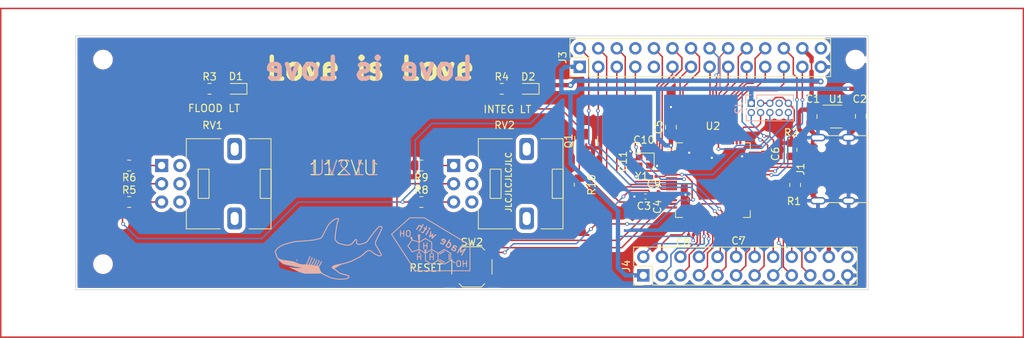
<source format=kicad_pcb>
(kicad_pcb (version 20221018) (generator pcbnew)

  (general
    (thickness 1.6)
  )

  (paper "A4")
  (layers
    (0 "F.Cu" signal)
    (31 "B.Cu" signal)
    (34 "B.Paste" user)
    (35 "F.Paste" user)
    (36 "B.SilkS" user "B.Silkscreen")
    (37 "F.SilkS" user "F.Silkscreen")
    (38 "B.Mask" user)
    (39 "F.Mask" user)
    (44 "Edge.Cuts" user)
    (45 "Margin" user)
    (46 "B.CrtYd" user "B.Courtyard")
    (47 "F.CrtYd" user "F.Courtyard")
    (48 "B.Fab" user)
    (49 "F.Fab" user)
  )

  (setup
    (stackup
      (layer "F.SilkS" (type "Top Silk Screen") (color "White"))
      (layer "F.Paste" (type "Top Solder Paste"))
      (layer "F.Mask" (type "Top Solder Mask") (color "Black") (thickness 0.01))
      (layer "F.Cu" (type "copper") (thickness 0.035))
      (layer "dielectric 1" (type "core") (thickness 1.51) (material "FR4") (epsilon_r 4.5) (loss_tangent 0.02))
      (layer "B.Cu" (type "copper") (thickness 0.035))
      (layer "B.Mask" (type "Bottom Solder Mask") (color "Black") (thickness 0.01))
      (layer "B.Paste" (type "Bottom Solder Paste"))
      (layer "B.SilkS" (type "Bottom Silk Screen") (color "White"))
      (copper_finish "None")
      (dielectric_constraints yes)
    )
    (pad_to_mask_clearance 0)
    (aux_axis_origin 83.1 113)
    (grid_origin 83.1 113)
    (pcbplotparams
      (layerselection 0x00010fc_ffffffff)
      (plot_on_all_layers_selection 0x0000000_00000000)
      (disableapertmacros false)
      (usegerberextensions false)
      (usegerberattributes true)
      (usegerberadvancedattributes true)
      (creategerberjobfile true)
      (dashed_line_dash_ratio 12.000000)
      (dashed_line_gap_ratio 3.000000)
      (svgprecision 4)
      (plotframeref false)
      (viasonmask false)
      (mode 1)
      (useauxorigin false)
      (hpglpennumber 1)
      (hpglpenspeed 20)
      (hpglpendiameter 15.000000)
      (dxfpolygonmode true)
      (dxfimperialunits true)
      (dxfusepcbnewfont true)
      (psnegative false)
      (psa4output false)
      (plotreference false)
      (plotvalue false)
      (plotinvisibletext false)
      (sketchpadsonfab false)
      (subtractmaskfromsilk false)
      (outputformat 1)
      (mirror false)
      (drillshape 0)
      (scaleselection 1)
      (outputdirectory "Manufacturing/")
    )
  )

  (net 0 "")
  (net 1 "/USB_5V")
  (net 2 "GND")
  (net 3 "+3V3")
  (net 4 "/SWD_NRST")
  (net 5 "/LED_5V")
  (net 6 "Net-(J1-CC1)")
  (net 7 "/USB_D+")
  (net 8 "/USB_D-")
  (net 9 "unconnected-(J1-SBU1-PadA8)")
  (net 10 "Net-(J1-CC2)")
  (net 11 "unconnected-(J1-SBU2-PadB8)")
  (net 12 "/LED_ONBOARD")
  (net 13 "Net-(R5-Pad2)")
  (net 14 "Net-(R6-Pad1)")
  (net 15 "Net-(R8-Pad2)")
  (net 16 "Net-(R9-Pad1)")
  (net 17 "/POT_2")
  (net 18 "/POT_1")
  (net 19 "unconnected-(U1-NC-Pad4)")
  (net 20 "/E_B_Pin_12")
  (net 21 "/E_B_Pin_11")
  (net 22 "/E_B_Pin_10")
  (net 23 "/E_B_Pin_7")
  (net 24 "/E_B_Pin_6")
  (net 25 "/E_B_Pin_5")
  (net 26 "/E_B_Pin_4")
  (net 27 "/E_WXR_Pin_4")
  (net 28 "/E_WXR_Pin_5")
  (net 29 "/E_WXR_Pin_6")
  (net 30 "/E_WXR_PWM_1")
  (net 31 "/E_WXR_PWM_2")
  (net 32 "/E_WXR_Pin_7")
  (net 33 "/E_WXR_Pin_8")
  (net 34 "/E_B_PWM_1")
  (net 35 "/E_B_PWM_2")
  (net 36 "/E_WXR_Pin_9")
  (net 37 "/E_WXR_Pin_10")
  (net 38 "/E_WXR_Pin_11")
  (net 39 "/E_WXR_Pin_12")
  (net 40 "/E_WXR_Pin_13")
  (net 41 "/E_WXR_Pin_14")
  (net 42 "/E_WXR_Pin_15")
  (net 43 "/E_WXR_Pin_16")
  (net 44 "/E_WXR_Pin_17")
  (net 45 "/E_WXR_Pin_18")
  (net 46 "/E_WXR_Pin_19")
  (net 47 "/E_WXR_Pin_20")
  (net 48 "/E_B_Pin_25")
  (net 49 "/E_B_Pin_24")
  (net 50 "/SWD_IO")
  (net 51 "/SWD_CLK")
  (net 52 "/E_B_Pin_23")
  (net 53 "/E_B_Pin_22")
  (net 54 "/E_B_Pin_21")
  (net 55 "/E_B_Pin_20")
  (net 56 "/E_B_Pin_19")
  (net 57 "/SWD_TRACE")
  (net 58 "/E_B_Pin_18")
  (net 59 "/E_B_Pin_17")
  (net 60 "/E_B_Pin_16")
  (net 61 "/E_B_Pin_15")
  (net 62 "/E_B_Pin_14")
  (net 63 "/E_B_Pin_13")
  (net 64 "unconnected-(J4-Pin_21-Pad21)")
  (net 65 "unconnected-(J2-KEY-Pad7)")
  (net 66 "unconnected-(J2-NC{slash}TDI-Pad8)")
  (net 67 "unconnected-(J3-Pin_8-Pad8)")
  (net 68 "unconnected-(J3-Pin_9-Pad9)")
  (net 69 "/HSE_IN")
  (net 70 "/HSE_OUT")
  (net 71 "Net-(D1-A)")
  (net 72 "Net-(D2-A)")
  (net 73 "unconnected-(U2-BOOT0-Pad60)")

  (footprint "Capacitor_SMD:C_0805_2012Metric" (layer "F.Cu") (at 200.85 82.75 -90))

  (footprint "Button_Switch_SMD:SW_Push_1P1T_XKB_TS-1187A" (layer "F.Cu") (at 147.6 103.375))

  (footprint "Resistor_SMD:R_0805_2012Metric" (layer "F.Cu") (at 100.6875 89.5 180))

  (footprint "Resistor_SMD:R_0805_2012Metric" (layer "F.Cu") (at 111.6875 79))

  (footprint "Capacitor_SMD:C_0201_0603Metric" (layer "F.Cu") (at 173.1 93.405 90))

  (footprint "Capacitor_SMD:C_0805_2012Metric" (layer "F.Cu") (at 194.1 82.8 -90))

  (footprint "Resistor_SMD:R_0805_2012Metric" (layer "F.Cu") (at 191.85 92.1625 -90))

  (footprint "Connector_PinHeader_2.54mm:PinHeader_2x12_P2.54mm_Vertical" (layer "F.Cu") (at 171.07 104.54 90))

  (footprint "Resistor_SMD:R_0805_2012Metric" (layer "F.Cu") (at 191.35 87.3375 90))

  (footprint "Capacitor_SMD:C_0201_0603Metric" (layer "F.Cu") (at 171.155 87.15 180))

  (footprint "MountingHole:MountingHole_2.2mm_M2" (layer "F.Cu") (at 97.1 103))

  (footprint "MountingHole:MountingHole_2.2mm_M2" (layer "F.Cu") (at 200.1 75))

  (footprint "Capacitor_SMD:C_0201_0603Metric" (layer "F.Cu") (at 184.1 98.75 180))

  (footprint "Potentiometer_THT:Potentiometer_Alps_RK09L_Double_Vertical" (layer "F.Cu") (at 145.1 89.5))

  (footprint "LED_SMD:LED_0603_1608Metric" (layer "F.Cu") (at 155.3125 79 180))

  (footprint "Package_TO_SOT_SMD:SOT-23-5" (layer "F.Cu") (at 197.4625 82.8))

  (footprint "LED_SMD:LED_0603_1608Metric" (layer "F.Cu") (at 115.3125 79 180))

  (footprint "Potentiometer_THT:Potentiometer_Alps_RK09L_Double_Vertical" (layer "F.Cu") (at 105.125 89.5))

  (footprint "Package_QFP:LQFP-64_10x10mm_P0.5mm" (layer "F.Cu") (at 180.6 91.5))

  (footprint "Resistor_SMD:R_0805_2012Metric" (layer "F.Cu") (at 140.6875 89.5 180))

  (footprint "Capacitor_SMD:C_0201_0603Metric" (layer "F.Cu") (at 169.35 88.945 90))

  (footprint "Connector_USB:USB_C_Receptacle_G-Switch_GT-USB-7010ASV" (layer "F.Cu") (at 198.1 90 90))

  (footprint "Crystal:Crystal_SMD_2016-4Pin_2.0x1.6mm" (layer "F.Cu") (at 171.2 88.95 180))

  (footprint "Resistor_SMD:R_0805_2012Metric" (layer "F.Cu") (at 162.35 92.1375 -90))

  (footprint "Capacitor_SMD:C_0201_0603Metric" (layer "F.Cu") (at 177.6 99 180))

  (footprint "Package_TO_SOT_SMD:SOT-23" (layer "F.Cu") (at 163.25 86.15 90))

  (footprint "Capacitor_SMD:C_0402_1005Metric" (layer "F.Cu") (at 171.37 93.75 180))

  (footprint "Resistor_SMD:R_0805_2012Metric" (layer "F.Cu") (at 151.6875 79))

  (footprint "Capacitor_SMD:C_0201_0603Metric" (layer "F.Cu") (at 188.1 87.905 -90))

  (footprint "Resistor_SMD:R_0805_2012Metric" (layer "F.Cu") (at 140.6875 94.5))

  (footprint "MountingHole:MountingHole_2.2mm_M2" (layer "F.Cu") (at 97.1 75))

  (footprint "Resistor_SMD:R_0805_2012Metric" (layer "F.Cu") (at 100.6875 94.5))

  (footprint "Capacitor_SMD:C_0201_0603Metric" (layer "F.Cu") (at 172.505 91 180))

  (footprint "Connector_PinHeader_2.54mm:PinHeader_2x14_P2.54mm_Vertical" (layer "F.Cu") (at 162.36 76 90))

  (footprint "Capacitor_SMD:C_0805_2012Metric" (layer "F.Cu") (at 174.85 84.25 90))

  (footprint "Connector_PinHeader_1.27mm:PinHeader_2x05_P1.27mm_Vertical" (layer "B.Cu") (at 185.85 80.98 -90))

  (footprint "Xenua:MadeWithEstrogen" (layer "B.Cu") (at 142.1 101 180))

  (footprint "Xenua:Shonk" (layer "B.Cu")
    (tstamp 5014afea-cf06-477b-b940-5e101b0587cd)
    (at 128.1 101 180)
    (attr through_hole)
    (fp_text reference "Ref**" (at 0 0) (layer "B.SilkS") hide
        (effects (font (size 1.27 1.27) (thickness 0.15)) (justify mirror))
      (tstamp e12dc0f8-185f-4a59-ae22-397e8640dcc5)
    )
    (fp_text value "Val**" (at 0 0) (layer "B.SilkS") hide
        (effects (font (size 1.27 1.27) (thickness 0.15)) (justify mirror))
      (tstamp d52dc70d-4631-44a4-85dd-540649af4894)
    )
    (fp_poly
      (pts
        (xy 6.380583 -1.954463)
        (xy 6.402258 -1.969153)
        (xy 6.411232 -1.996347)
        (xy 6.413166 -2.036441)
        (xy 6.413175 -2.037956)
        (xy 6.400022 -2.090074)
        (xy 6.366469 -2.112292)
        (xy 6.322454 -2.098725)
        (xy 6.317318 -2.094727)
        (xy 6.287411 -2.080235)
        (xy 6.260975 -2.101253)
        (xy 6.257574 -2.1058)
        (xy 6.236046 -2.129373)
        (xy 6.215355 -2.12505)
        (xy 6.184637 -2.094886)
        (xy 6.139302 -2.046225)
        (xy 6.094858 -2.102727)
        (xy 6.024247 -2.180739)
        (xy 5.965842 -2.220306)
        (xy 5.920605 -2.221078)
        (xy 5.889498 -2.182704)
        (xy 5.887754 -2.178217)
        (xy 5.875985 -2.15506)
        (xy 5.861108 -2.157055)
        (xy 5.83569 -2.188471)
        (xy 5.814052 -2.22055)
        (xy 5.758518 -2.285055)
        (xy 5.705554 -2.309769)
        (xy 5.65825 -2.294409)
        (xy 5.619695 -2.238693)
        (xy 5.619556 -2.238375)
        (xy 5.600405 -2.202834)
        (xy 5.589622 -2.199237)
        (xy 5.588828 -2.205001)
        (xy 5.573243 -2.249363)
        (xy 5.536433 -2.300728)
        (xy 5.490766 -2.345342)
        (xy 5.44861 -2.369453)
        (xy 5.439833 -2.370667)
        (xy 5.4021 -2.35539)
        (xy 5.357159 -2.317548)
        (xy 5.347108 -2.306307)
        (xy 5.292953 -2.241947)
        (xy 5.262351 -2.315187)
        (xy 5.215426 -2.390999)
        (xy 5.156917 -2.427689)
        (xy 5.091103 -2.424221)
        (xy 5.022266 -2.379563)
        (xy 5.017027 -2.37445)
        (xy 4.95731 -2.314734)
        (xy 4.945476 -2.387659)
        (xy 4.9162 -2.47283)
        (xy 4.8665 -2.525117)
        (xy 4.804335 -2.54304)
        (xy 4.737669 -2.525122)
        (xy 4.674463 -2.469882)
        (xy 4.654756 -2.441659)
        (xy 4.609656 -2.368686)
        (xy 4.546663 -2.454343)
        (xy 4.487014 -2.517346)
        (xy 4.428517 -2.539305)
        (xy 4.366884 -2.521157)
        (xy 4.337047 -2.500207)
        (xy 4.303908 -2.476227)
        (xy 4.27982 -2.475825)
        (xy 4.249116 -2.502126)
        (xy 4.23096 -2.521373)
        (xy 4.174177 -2.569397)
        (xy 4.127288 -2.578155)
        (xy 4.085483 -2.548079)
        (xy 4.075783 -2.53529)
        (xy 4.050789 -2.497296)
        (xy 4.040907 -2.469533)
        (xy 4.051041 -2.448922)
        (xy 4.086099 -2.432381)
        (xy 4.150987 -2.416831)
        (xy 4.250609 -2.399192)
        (xy 4.307416 -2.38986)
        (xy 4.392789 -2.374603)
        (xy 4.502502 -2.353131)
        (xy 4.61966 -2.328816)
        (xy 4.688416 -2.313839)
        (xy 4.787768 -2.291855)
        (xy 4.876416 -2.272489)
        (xy 4.943435 -2.258114)
        (xy 4.974166 -2.251796)
        (xy 5.021835 -2.240585)
        (xy 5.093546 -2.221493)
        (xy 5.164666 -2.201287)
        (xy 5.249061 -2.179606)
        (xy 5.356973 -2.156123)
        (xy 5.469974 -2.134736)
        (xy 5.513916 -2.127412)
        (xy 5.613161 -2.10969)
        (xy 5.739148 -2.084266)
        (xy 5.877666 -2.054158)
        (xy 6.014502 -2.022383)
        (xy 6.053666 -2.012837)
        (xy 6.182749 -1.981465)
        (xy 6.27649 -1.961014)
        (xy 6.340547 -1.951882)
        (xy 6.380583 -1.954463)
      )

      (stroke (width 0.01) (type solid)) (fill solid) (layer "B.Cu") (tstamp 5d0efdbb-21da-45e4-bda1-1000cf11d482))
    (fp_poly
      (pts
        (xy 4.511241 -1.402496)
        (xy 4.528079 -1.445815)
        (xy 4.517766 -1.493061)
        (xy 4.495881 -1.517522)
        (xy 4.452975 -1.541978)
        (xy 4.420105 -1.53504)
        (xy 4.393595 -1.511905)
        (xy 4.365344 -1.462251)
        (xy 4.372814 -1.41661)
        (xy 4.409901 -1.385523)
        (xy 4.470293 -1.3795)
        (xy 4.511241 -1.402496)
      )

      (stroke (width 0.01) (type solid)) (fill solid) (layer "B.SilkS") (tstamp 498c8112-9c6e-4186-8031-592a31092928))
    (fp_poly
      (pts
        (xy -1.073258 4.311798)
        (xy -0.973604 4.291201)
        (xy -0.851219 4.247898)
        (xy -0.715731 4.18648)
        (xy -0.576767 4.111536)
        (xy -0.443956 4.027657)
        (xy -0.378846 3.980763)
        (xy -0.23722 3.861667)
        (xy -0.088814 3.716486)
        (xy 0.055188 3.557464)
        (xy 0.183599 3.396847)
        (xy 0.272493 3.267648)
        (xy 0.314775 3.196003)
        (xy 0.372053 3.092955)
        (xy 0.440799 2.965168)
        (xy 0.517489 2.819305)
        (xy 0.598597 2.66203)
        (xy 0.680597 2.500008)
        (xy 0.71301 2.435054)
        (xy 0.799645 2.261266)
        (xy 0.870549 2.120833)
        (xy 0.92847 2.009023)
        (xy 0.976158 1.921104)
        (xy 1.016364 1.852346)
        (xy 1.051836 1.798015)
        (xy 1.085323 1.753382)
        (xy 1.119576 1.713714)
        (xy 1.151854 1.679849)
        (xy 1.215031 1.616677)
        (xy 1.261244 1.577188)
        (xy 1.303081 1.554755)
        (xy 1.353131 1.542753)
        (xy 1.423982 1.534552)
        (xy 1.42875 1.534078)
        (xy 1.519853 1.520029)
        (xy 1.630377 1.495774)
        (xy 1.740074 1.465903)
        (xy 1.767416 1.45731)
        (xy 1.8674 1.426719)
        (xy 1.96798 1.400602)
        (xy 2.075534 1.37796)
        (xy 2.196437 1.357795)
        (xy 2.337066 1.339108)
        (xy 2.503798 1.3209)
        (xy 2.703008 1.302172)
        (xy 2.82575 1.29154)
        (xy 2.972376 1.278956)
        (xy 3.108743 1.266949)
        (xy 3.227923 1.256154)
        (xy 3.322989 1.247203)
        (xy 3.387011 1.240732)
        (xy 3.407833 1.238277)
        (xy 3.489091 1.228892)
        (xy 3.604944 1.218068)
        (xy 3.747705 1.206379)
        (xy 3.909682 1.194401)
        (xy 4.083188 1.182711)
        (xy 4.260532 1.171883)
        (xy 4.389239 1.16479)
        (xy 4.558392 1.154414)
        (xy 4.694634 1.142258)
        (xy 4.807379 1.127155)
        (xy 4.906044 1.107939)
        (xy 4.963583 1.093634)
        (xy 5.046763 1.071399)
        (xy 5.160108 1.041196)
        (xy 5.292857 1.005886)
        (xy 5.434252 0.968331)
        (xy 5.55625 0.935974)
        (xy 5.694472 0.898689)
        (xy 5.831486 0.860567)
        (xy 5.957088 0.824529)
        (xy 6.061077 0.793498)
        (xy 6.12775 0.772269)
        (xy 6.243516 0.72894)
        (xy 6.378382 0.671607)
        (xy 6.522891 0.604961)
        (xy 6.667581 0.533689)
        (xy 6.802995 0.462483)
        (xy 6.919674 0.396029)
        (xy 7.008158 0.339019)
        (xy 7.021722 0.3291)
        (xy 7.105883 0.255759)
        (xy 7.193358 0.162461)
        (xy 7.278744 0.056989)
        (xy 7.356635 -0.052876)
        (xy 7.421629 -0.159352)
        (xy 7.468322 -0.254657)
        (xy 7.491309 -0.331009)
        (xy 7.492776 -0.34925)
        (xy 7.484109 -0.389075)
        (xy 7.461199 -0.452851)
        (xy 7.429 -0.526796)
        (xy 7.428877 -0.527056)
        (xy 7.391434 -0.616985)
        (xy 7.353386 -0.725769)
        (xy 7.322605 -0.830786)
        (xy 7.321074 -0.83682)
        (xy 7.296505 -0.924658)
        (xy 7.270273 -1.002382)
        (xy 7.247165 -1.05616)
        (xy 7.242305 -1.064444)
        (xy 7.170323 -1.165761)
        (xy 7.079771 -1.280674)
        (xy 6.976449 -1.402959)
        (xy 6.866157 -1.526394)
        (xy 6.754694 -1.644756)
        (xy 6.647861 -1.75182)
        (xy 6.551456 -1.841364)
        (xy 6.47128 -1.907164)
        (xy 6.432933 -1.932919)
        (xy 6.377297 -1.95728)
        (xy 6.287658 -1.987014)
        (xy 6.171719 -2.020241)
        (xy 6.037186 -2.055081)
        (xy 5.891763 -2.089655)
        (xy 5.743153 -2.122083)
        (xy 5.599062 -2.150485)
        (xy 5.467193 -2.172983)
        (xy 5.421796 -2.179606)
        (xy 5.319729 -2.197143)
        (xy 5.201337 -2.222659)
        (xy 5.090523 -2.250952)
        (xy 5.08 -2.253959)
        (xy 5.004054 -2.273591)
        (xy 4.894861 -2.298657)
        (xy 4.760906 -2.327488)
        (xy 4.610675 -2.358415)
        (xy 4.452654 -2.389769)
        (xy 4.295329 -2.41988)
        (xy 4.147185 -2.44708)
        (xy 4.016707 -2.469698)
        (xy 3.912382 -2.486067)
        (xy 3.8735 -2.491286)
        (xy 3.810087 -2.501334)
        (xy 3.787144 -2.510691)
        (xy 3.802809 -2.519096)
        (xy 3.855218 -2.526285)
        (xy 3.942511 -2.531998)
        (xy 4.062826 -2.535972)
        (xy 4.204632 -2.53789)
        (xy 4.456725 -2.535261)
        (xy 4.690947 -2.523119)
        (xy 4.925037 -2.500021)
        (xy 5.176732 -2.464528)
        (xy 5.246055 -2.453288)
        (xy 5.345887 -2.43747)
        (xy 5.429499 -2.425605)
        (xy 5.488664 -2.418761)
        (xy 5.515158 -2.418005)
        (xy 5.515689 -2.4183)
        (xy 5.499618 -2.429062)
        (xy 5.450055 -2.455053)
        (xy 5.371978 -2.493834)
        (xy 5.270366 -2.542966)
        (xy 5.150196 -2.600009)
        (xy 5.032133 -2.65524)
        (xy 4.884672 -2.724324)
        (xy 4.737603 -2.794217)
        (xy 4.599204 -2.860911)
        (xy 4.477754 -2.920398)
        (xy 4.381534 -2.968671)
        (xy 4.339279 -2.990626)
        (xy 4.251695 -3.034664)
        (xy 4.16384 -3.072728)
        (xy 4.066214 -3.108167)
        (xy 3.949317 -3.14433)
        (xy 3.803649 -3.184567)
        (xy 3.746612 -3.199579)
        (xy 3.354916 -3.301759)
        (xy 2.38369 -3.301879)
        (xy 2.098846 -3.3013)
        (xy 1.855129 -3.29949)
        (xy 1.652762 -3.296453)
        (xy 1.491968 -3.292195)
        (xy 1.37297 -3.286721)
        (xy 1.295991 -3.280035)
        (xy 1.279657 -3.277529)
        (xy 1.20663 -3.265121)
        (xy 1.159767 -3.263425)
        (xy 1.123636 -3.275295)
        (xy 1.082804 -3.303581)
        (xy 1.06555 -3.317097)
        (xy 1.007936 -3.35858)
        (xy 0.936826 -3.401836)
        (xy 0.84624 -3.449982)
        (xy 0.730196 -3.50614)
        (xy 0.582714 -3.573428)
        (xy 0.523975 -3.59956)
        (xy 0.416913 -3.649163)
        (xy 0.308632 -3.703055)
        (xy 0.214071 -3.753625)
        (xy 0.164142 -3.782908)
        (xy 0.098835 -3.822863)
        (xy 0.042337 -3.854225)
        (xy -0.013641 -3.879994)
        (xy -0.077389 -3.903169)
        (xy -0.157193 -3.926749)
        (xy -0.261344 -3.953735)
        (xy -0.39813 -3.987125)
        (xy -0.404275 -3.988607)
        (xy -0.784518 -4.061946)
        (xy -1.188879 -4.105113)
        (xy -1.611324 -4.117649)
        (xy -1.951415 -4.105751)
        (xy -2.178722 -4.082454)
        (xy -2.366915 -4.043591)
        (xy -2.515916 -3.989189)
        (xy -2.625651 -3.919275)
        (xy -2.689415 -3.845372)
        (xy -2.726438 -3.761012)
        (xy -2.726612 -3.686447)
        (xy -2.68852 -3.618964)
        (xy -2.610743 -3.555852)
        (xy -2.510341 -3.502684)
        (xy -2.407237 -3.458335)
        (xy -2.304497 -3.420957)
        (xy -2.19224 -3.387709)
        (xy -2.060586 -3.355754)
        (xy -1.899655 -3.322251)
        (xy -1.8463 -3.311879)
        (xy -1.73316 -3.288662)
        (xy -1.63939 -3.264421)
        (xy -1.557199 -3.235002)
        (xy -1.478797 -3.196249)
        (xy -1.396395 -3.144009)
        (xy -1.302203 -3.074125)
        (xy -1.188431 -2.982443)
        (xy -1.116115 -2.922412)
        (xy -1.021082 -2.845016)
        (xy -0.929004 -2.773451)
        (xy -0.848505 -2.714189)
        (xy -0.788212 -2.673701)
        (xy -0.772647 -2.664719)
        (xy -0.718497 -2.634085)
        (xy -0.684032 -2.610918)
        (xy -0.677475 -2.603536)
        (xy -0.694822 -2.589313)
        (xy -0.740865 -2.560758)
        (xy -0.806824 -2.523218)
        (xy -0.830934 -2.510057)
        (xy -0.906546 -2.468074)
        (xy -1.006628 -2.410921)
        (xy -1.119449 -2.345371)
        (xy -1.233281 -2.2782)
        (xy -1.260955 -2.261689)
        (xy -1.376332 -2.193912)
        (xy -1.468874 -2.143686)
        (xy -1.551276 -2.105549)
        (xy -1.636236 -2.074037)
        (xy -1.736448 -2.043691)
        (xy -1.821871 -2.020376)
        (xy -2.103123 -1.944186)
        (xy -2.345932 -1.875836)
        (xy -2.553282 -1.814435)
        (xy -2.728152 -1.759094)
        (xy -2.873526 -1.70892)
        (xy -2.912011 -1.694676)
        (xy -2.992923 -1.66111)
        (xy -3.104341 -1.610482)
        (xy -3.239686 -1.54615)
        (xy -3.392381 -1.47147)
        (xy -3.555846 -1.389797)
        (xy -3.723504 -1.304489)
        (xy -3.888776 -1.218902)
        (xy -4.045085 -1.136393)
        (xy -4.185851 -1.060316)
        (xy -4.304496 -0.994031)
        (xy -4.394443 -0.940891)
        (xy -4.415812 -0.927392)
        (xy -4.479508 -0.881147)
        (xy -4.564923 -0.811917)
        (xy -4.66389 -0.726703)
        (xy -4.768242 -0.632504)
        (xy -4.85259 -0.552996)
        (xy -4.962217 -0.449976)
        (xy -5.061668 -0.361508)
        (xy -5.1456 -0.292094)
        (xy -5.208666 -0.246237)
        (xy -5.233119 -0.232415)
        (xy -5.330444 -0.199601)
        (xy -5.426595 -0.192732)
        (xy -5.526634 -0.213547)
        (xy -5.635626 -0.263783)
        (xy -5.758633 -0.345178)
        (xy -5.900718 -0.459471)
        (xy -5.904799 -0.462972)
        (xy -6.039956 -0.571629)
        (xy -6.169901 -0.658408)
        (xy -6.313839 -0.73601)
        (xy -6.328133 -0.742976)
        (xy -6.468539 -0.809861)
        (xy -6.578512 -0.859289)
        (xy -6.664985 -0.893698)
        (xy -6.734894 -0.915524)
        (xy -6.795172 -0.927203)
        (xy -6.852755 -0.931171)
        (xy -6.864076 -0.931254)
        (xy -6.961384 -0.918534)
        (xy -7.047733 -0.8843
... [388762 chars truncated]
</source>
